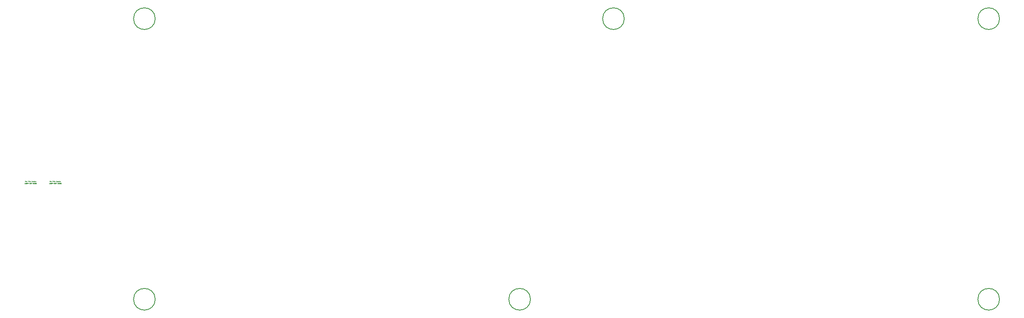
<source format=gbr>
%TF.GenerationSoftware,KiCad,Pcbnew,(6.0.8-1)-1*%
%TF.CreationDate,2024-01-21T20:58:34+01:00*%
%TF.ProjectId,tsuka60-pro,7473756b-6136-4302-9d70-726f2e6b6963,rev?*%
%TF.SameCoordinates,Original*%
%TF.FileFunction,Other,Comment*%
%FSLAX46Y46*%
G04 Gerber Fmt 4.6, Leading zero omitted, Abs format (unit mm)*
G04 Created by KiCad (PCBNEW (6.0.8-1)-1) date 2024-01-21 20:58:34*
%MOMM*%
%LPD*%
G01*
G04 APERTURE LIST*
%ADD10C,0.030000*%
%ADD11C,0.150000*%
G04 APERTURE END LIST*
D10*
%TO.C,SW1*%
X101298214Y-132052976D02*
X101298214Y-131852976D01*
X101412500Y-132052976D02*
X101326785Y-131938690D01*
X101412500Y-131852976D02*
X101298214Y-131967261D01*
X101498214Y-131948214D02*
X101564880Y-131948214D01*
X101593452Y-132052976D02*
X101498214Y-132052976D01*
X101498214Y-131852976D01*
X101593452Y-131852976D01*
X101679166Y-131948214D02*
X101745833Y-131948214D01*
X101774404Y-132052976D02*
X101679166Y-132052976D01*
X101679166Y-131852976D01*
X101774404Y-131852976D01*
X101860119Y-132052976D02*
X101860119Y-131852976D01*
X101936309Y-131852976D01*
X101955357Y-131862500D01*
X101964880Y-131872023D01*
X101974404Y-131891071D01*
X101974404Y-131919642D01*
X101964880Y-131938690D01*
X101955357Y-131948214D01*
X101936309Y-131957738D01*
X101860119Y-131957738D01*
X102060119Y-131976785D02*
X102212500Y-131976785D01*
X102345833Y-131852976D02*
X102383928Y-131852976D01*
X102402976Y-131862500D01*
X102422023Y-131881547D01*
X102431547Y-131919642D01*
X102431547Y-131986309D01*
X102422023Y-132024404D01*
X102402976Y-132043452D01*
X102383928Y-132052976D01*
X102345833Y-132052976D01*
X102326785Y-132043452D01*
X102307738Y-132024404D01*
X102298214Y-131986309D01*
X102298214Y-131919642D01*
X102307738Y-131881547D01*
X102326785Y-131862500D01*
X102345833Y-131852976D01*
X102517261Y-131852976D02*
X102517261Y-132014880D01*
X102526785Y-132033928D01*
X102536309Y-132043452D01*
X102555357Y-132052976D01*
X102593452Y-132052976D01*
X102612500Y-132043452D01*
X102622023Y-132033928D01*
X102631547Y-132014880D01*
X102631547Y-131852976D01*
X102698214Y-131852976D02*
X102812500Y-131852976D01*
X102755357Y-132052976D02*
X102755357Y-131852976D01*
X103012500Y-131852976D02*
X103145833Y-131852976D01*
X103012500Y-132052976D01*
X103145833Y-132052976D01*
X103260119Y-131852976D02*
X103298214Y-131852976D01*
X103317261Y-131862500D01*
X103336309Y-131881547D01*
X103345833Y-131919642D01*
X103345833Y-131986309D01*
X103336309Y-132024404D01*
X103317261Y-132043452D01*
X103298214Y-132052976D01*
X103260119Y-132052976D01*
X103241071Y-132043452D01*
X103222023Y-132024404D01*
X103212500Y-131986309D01*
X103212500Y-131919642D01*
X103222023Y-131881547D01*
X103241071Y-131862500D01*
X103260119Y-131852976D01*
X103431547Y-132052976D02*
X103431547Y-131852976D01*
X103545833Y-132052976D01*
X103545833Y-131852976D01*
X103641071Y-131948214D02*
X103707738Y-131948214D01*
X103736309Y-132052976D02*
X103641071Y-132052976D01*
X103641071Y-131852976D01*
X103736309Y-131852976D01*
X96298214Y-132052976D02*
X96298214Y-131852976D01*
X96412500Y-132052976D02*
X96326785Y-131938690D01*
X96412500Y-131852976D02*
X96298214Y-131967261D01*
X96498214Y-131948214D02*
X96564880Y-131948214D01*
X96593452Y-132052976D02*
X96498214Y-132052976D01*
X96498214Y-131852976D01*
X96593452Y-131852976D01*
X96679166Y-131948214D02*
X96745833Y-131948214D01*
X96774404Y-132052976D02*
X96679166Y-132052976D01*
X96679166Y-131852976D01*
X96774404Y-131852976D01*
X96860119Y-132052976D02*
X96860119Y-131852976D01*
X96936309Y-131852976D01*
X96955357Y-131862500D01*
X96964880Y-131872023D01*
X96974404Y-131891071D01*
X96974404Y-131919642D01*
X96964880Y-131938690D01*
X96955357Y-131948214D01*
X96936309Y-131957738D01*
X96860119Y-131957738D01*
X97060119Y-131976785D02*
X97212500Y-131976785D01*
X97345833Y-131852976D02*
X97383928Y-131852976D01*
X97402976Y-131862500D01*
X97422023Y-131881547D01*
X97431547Y-131919642D01*
X97431547Y-131986309D01*
X97422023Y-132024404D01*
X97402976Y-132043452D01*
X97383928Y-132052976D01*
X97345833Y-132052976D01*
X97326785Y-132043452D01*
X97307738Y-132024404D01*
X97298214Y-131986309D01*
X97298214Y-131919642D01*
X97307738Y-131881547D01*
X97326785Y-131862500D01*
X97345833Y-131852976D01*
X97517261Y-131852976D02*
X97517261Y-132014880D01*
X97526785Y-132033928D01*
X97536309Y-132043452D01*
X97555357Y-132052976D01*
X97593452Y-132052976D01*
X97612500Y-132043452D01*
X97622023Y-132033928D01*
X97631547Y-132014880D01*
X97631547Y-131852976D01*
X97698214Y-131852976D02*
X97812500Y-131852976D01*
X97755357Y-132052976D02*
X97755357Y-131852976D01*
X98012500Y-131852976D02*
X98145833Y-131852976D01*
X98012500Y-132052976D01*
X98145833Y-132052976D01*
X98260119Y-131852976D02*
X98298214Y-131852976D01*
X98317261Y-131862500D01*
X98336309Y-131881547D01*
X98345833Y-131919642D01*
X98345833Y-131986309D01*
X98336309Y-132024404D01*
X98317261Y-132043452D01*
X98298214Y-132052976D01*
X98260119Y-132052976D01*
X98241071Y-132043452D01*
X98222023Y-132024404D01*
X98212500Y-131986309D01*
X98212500Y-131919642D01*
X98222023Y-131881547D01*
X98241071Y-131862500D01*
X98260119Y-131852976D01*
X98431547Y-132052976D02*
X98431547Y-131852976D01*
X98545833Y-132052976D01*
X98545833Y-131852976D01*
X98641071Y-131948214D02*
X98707738Y-131948214D01*
X98736309Y-132052976D02*
X98641071Y-132052976D01*
X98641071Y-131852976D01*
X98736309Y-131852976D01*
X96431547Y-131652976D02*
X96431547Y-131452976D01*
X96545833Y-131652976D01*
X96545833Y-131452976D01*
X96669642Y-131652976D02*
X96650595Y-131643452D01*
X96641071Y-131633928D01*
X96631547Y-131614880D01*
X96631547Y-131557738D01*
X96641071Y-131538690D01*
X96650595Y-131529166D01*
X96669642Y-131519642D01*
X96698214Y-131519642D01*
X96717261Y-131529166D01*
X96726785Y-131538690D01*
X96736309Y-131557738D01*
X96736309Y-131614880D01*
X96726785Y-131633928D01*
X96717261Y-131643452D01*
X96698214Y-131652976D01*
X96669642Y-131652976D01*
X97041071Y-131548214D02*
X96974404Y-131548214D01*
X96974404Y-131652976D02*
X96974404Y-131452976D01*
X97069642Y-131452976D01*
X97145833Y-131633928D02*
X97155357Y-131643452D01*
X97145833Y-131652976D01*
X97136309Y-131643452D01*
X97145833Y-131633928D01*
X97145833Y-131652976D01*
X97355357Y-131633928D02*
X97345833Y-131643452D01*
X97317261Y-131652976D01*
X97298214Y-131652976D01*
X97269642Y-131643452D01*
X97250595Y-131624404D01*
X97241071Y-131605357D01*
X97231547Y-131567261D01*
X97231547Y-131538690D01*
X97241071Y-131500595D01*
X97250595Y-131481547D01*
X97269642Y-131462500D01*
X97298214Y-131452976D01*
X97317261Y-131452976D01*
X97345833Y-131462500D01*
X97355357Y-131472023D01*
X97526785Y-131519642D02*
X97526785Y-131652976D01*
X97441071Y-131519642D02*
X97441071Y-131624404D01*
X97450595Y-131643452D01*
X97469642Y-131652976D01*
X97498214Y-131652976D01*
X97517261Y-131643452D01*
X97526785Y-131633928D01*
X97745833Y-131519642D02*
X97822023Y-131519642D01*
X97774404Y-131452976D02*
X97774404Y-131624404D01*
X97783928Y-131643452D01*
X97802976Y-131652976D01*
X97822023Y-131652976D01*
X97888690Y-131652976D02*
X97888690Y-131519642D01*
X97888690Y-131557738D02*
X97898214Y-131538690D01*
X97907738Y-131529166D01*
X97926785Y-131519642D01*
X97945833Y-131519642D01*
X98098214Y-131652976D02*
X98098214Y-131548214D01*
X98088690Y-131529166D01*
X98069642Y-131519642D01*
X98031547Y-131519642D01*
X98012500Y-131529166D01*
X98098214Y-131643452D02*
X98079166Y-131652976D01*
X98031547Y-131652976D01*
X98012500Y-131643452D01*
X98002976Y-131624404D01*
X98002976Y-131605357D01*
X98012500Y-131586309D01*
X98031547Y-131576785D01*
X98079166Y-131576785D01*
X98098214Y-131567261D01*
X98279166Y-131643452D02*
X98260119Y-131652976D01*
X98222023Y-131652976D01*
X98202976Y-131643452D01*
X98193452Y-131633928D01*
X98183928Y-131614880D01*
X98183928Y-131557738D01*
X98193452Y-131538690D01*
X98202976Y-131529166D01*
X98222023Y-131519642D01*
X98260119Y-131519642D01*
X98279166Y-131529166D01*
X98364880Y-131652976D02*
X98364880Y-131452976D01*
X98383928Y-131576785D02*
X98441071Y-131652976D01*
X98441071Y-131519642D02*
X98364880Y-131595833D01*
X98517261Y-131643452D02*
X98536309Y-131652976D01*
X98574404Y-131652976D01*
X98593452Y-131643452D01*
X98602976Y-131624404D01*
X98602976Y-131614880D01*
X98593452Y-131595833D01*
X98574404Y-131586309D01*
X98545833Y-131586309D01*
X98526785Y-131576785D01*
X98517261Y-131557738D01*
X98517261Y-131548214D01*
X98526785Y-131529166D01*
X98545833Y-131519642D01*
X98574404Y-131519642D01*
X98593452Y-131529166D01*
X101431547Y-131652976D02*
X101431547Y-131452976D01*
X101545833Y-131652976D01*
X101545833Y-131452976D01*
X101669642Y-131652976D02*
X101650595Y-131643452D01*
X101641071Y-131633928D01*
X101631547Y-131614880D01*
X101631547Y-131557738D01*
X101641071Y-131538690D01*
X101650595Y-131529166D01*
X101669642Y-131519642D01*
X101698214Y-131519642D01*
X101717261Y-131529166D01*
X101726785Y-131538690D01*
X101736309Y-131557738D01*
X101736309Y-131614880D01*
X101726785Y-131633928D01*
X101717261Y-131643452D01*
X101698214Y-131652976D01*
X101669642Y-131652976D01*
X102041071Y-131548214D02*
X101974404Y-131548214D01*
X101974404Y-131652976D02*
X101974404Y-131452976D01*
X102069642Y-131452976D01*
X102145833Y-131633928D02*
X102155357Y-131643452D01*
X102145833Y-131652976D01*
X102136309Y-131643452D01*
X102145833Y-131633928D01*
X102145833Y-131652976D01*
X102355357Y-131633928D02*
X102345833Y-131643452D01*
X102317261Y-131652976D01*
X102298214Y-131652976D01*
X102269642Y-131643452D01*
X102250595Y-131624404D01*
X102241071Y-131605357D01*
X102231547Y-131567261D01*
X102231547Y-131538690D01*
X102241071Y-131500595D01*
X102250595Y-131481547D01*
X102269642Y-131462500D01*
X102298214Y-131452976D01*
X102317261Y-131452976D01*
X102345833Y-131462500D01*
X102355357Y-131472023D01*
X102526785Y-131519642D02*
X102526785Y-131652976D01*
X102441071Y-131519642D02*
X102441071Y-131624404D01*
X102450595Y-131643452D01*
X102469642Y-131652976D01*
X102498214Y-131652976D01*
X102517261Y-131643452D01*
X102526785Y-131633928D01*
X102745833Y-131519642D02*
X102822023Y-131519642D01*
X102774404Y-131452976D02*
X102774404Y-131624404D01*
X102783928Y-131643452D01*
X102802976Y-131652976D01*
X102822023Y-131652976D01*
X102888690Y-131652976D02*
X102888690Y-131519642D01*
X102888690Y-131557738D02*
X102898214Y-131538690D01*
X102907738Y-131529166D01*
X102926785Y-131519642D01*
X102945833Y-131519642D01*
X103098214Y-131652976D02*
X103098214Y-131548214D01*
X103088690Y-131529166D01*
X103069642Y-131519642D01*
X103031547Y-131519642D01*
X103012500Y-131529166D01*
X103098214Y-131643452D02*
X103079166Y-131652976D01*
X103031547Y-131652976D01*
X103012500Y-131643452D01*
X103002976Y-131624404D01*
X103002976Y-131605357D01*
X103012500Y-131586309D01*
X103031547Y-131576785D01*
X103079166Y-131576785D01*
X103098214Y-131567261D01*
X103279166Y-131643452D02*
X103260119Y-131652976D01*
X103222023Y-131652976D01*
X103202976Y-131643452D01*
X103193452Y-131633928D01*
X103183928Y-131614880D01*
X103183928Y-131557738D01*
X103193452Y-131538690D01*
X103202976Y-131529166D01*
X103222023Y-131519642D01*
X103260119Y-131519642D01*
X103279166Y-131529166D01*
X103364880Y-131652976D02*
X103364880Y-131452976D01*
X103383928Y-131576785D02*
X103441071Y-131652976D01*
X103441071Y-131519642D02*
X103364880Y-131595833D01*
X103517261Y-131643452D02*
X103536309Y-131652976D01*
X103574404Y-131652976D01*
X103593452Y-131643452D01*
X103602976Y-131624404D01*
X103602976Y-131614880D01*
X103593452Y-131595833D01*
X103574404Y-131586309D01*
X103545833Y-131586309D01*
X103526785Y-131576785D01*
X103517261Y-131557738D01*
X103517261Y-131548214D01*
X103526785Y-131529166D01*
X103545833Y-131519642D01*
X103574404Y-131519642D01*
X103593452Y-131529166D01*
D11*
%TO.C,H1*%
X122850000Y-98425000D02*
G75*
G03*
X122850000Y-98425000I-2200000J0D01*
G01*
%TO.C,H2*%
X218100000Y-98425000D02*
G75*
G03*
X218100000Y-98425000I-2200000J0D01*
G01*
%TO.C,H5*%
X199050000Y-155575000D02*
G75*
G03*
X199050000Y-155575000I-2200000J0D01*
G01*
%TO.C,H6*%
X294300000Y-155575000D02*
G75*
G03*
X294300000Y-155575000I-2200000J0D01*
G01*
%TO.C,H4*%
X122850000Y-155575000D02*
G75*
G03*
X122850000Y-155575000I-2200000J0D01*
G01*
%TO.C,H3*%
X294300000Y-98425000D02*
G75*
G03*
X294300000Y-98425000I-2200000J0D01*
G01*
%TD*%
M02*

</source>
